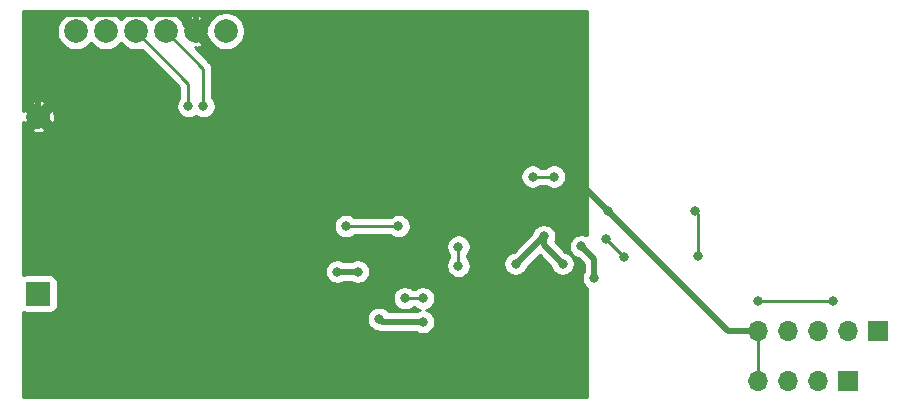
<source format=gbl>
G04 #@! TF.GenerationSoftware,KiCad,Pcbnew,5.1.2*
G04 #@! TF.CreationDate,2019-08-07T15:52:47+02:00*
G04 #@! TF.ProjectId,wifisensor-dual-cpu,77696669-7365-46e7-936f-722d6475616c,rev?*
G04 #@! TF.SameCoordinates,Original*
G04 #@! TF.FileFunction,Copper,L2,Bot*
G04 #@! TF.FilePolarity,Positive*
%FSLAX46Y46*%
G04 Gerber Fmt 4.6, Leading zero omitted, Abs format (unit mm)*
G04 Created by KiCad (PCBNEW 5.1.2) date 2019-08-07 15:52:47*
%MOMM*%
%LPD*%
G04 APERTURE LIST*
%ADD10C,2.000000*%
%ADD11R,2.000000X2.000000*%
%ADD12R,1.700000X1.700000*%
%ADD13O,1.700000X1.700000*%
%ADD14C,0.800000*%
%ADD15C,0.600000*%
%ADD16C,0.500000*%
%ADD17C,0.250000*%
%ADD18C,0.254000*%
G04 APERTURE END LIST*
D10*
X83820000Y-32385000D03*
X81280000Y-32385000D03*
X78740000Y-32385000D03*
X76200000Y-32385000D03*
X73660000Y-32385000D03*
X71120000Y-32385000D03*
D11*
X67945000Y-54610000D03*
D10*
X67945000Y-39620000D03*
D12*
X136525000Y-62000000D03*
D13*
X133985000Y-62000000D03*
X131445000Y-62000000D03*
X128905000Y-62000000D03*
D12*
X139065000Y-57785000D03*
D13*
X136525000Y-57785000D03*
X133985000Y-57785000D03*
X131445000Y-57785000D03*
X128905000Y-57785000D03*
D14*
X110750000Y-49750000D03*
X112327983Y-52075000D03*
X108356949Y-52075000D03*
D15*
X77470000Y-56515000D03*
X76835000Y-53340000D03*
D14*
X116205000Y-47625000D03*
X109855000Y-32385000D03*
X102362000Y-40640000D03*
X84531200Y-58267600D03*
X79705200Y-57962800D03*
X76200000Y-56515000D03*
X102750000Y-32500000D03*
X100500000Y-57000000D03*
X96775000Y-56750000D03*
X95000000Y-52750000D03*
X93250000Y-52750000D03*
X115000000Y-53300000D03*
X113900000Y-50600000D03*
X81915000Y-38735000D03*
X80645000Y-38735000D03*
X135255000Y-55245000D03*
X128905000Y-55245000D03*
X123825000Y-51435000D03*
X123500000Y-47600000D03*
X109800000Y-44700000D03*
X111600000Y-44700000D03*
X117500000Y-51500000D03*
X116000000Y-50000000D03*
X93980000Y-48895000D03*
X98425000Y-48895000D03*
X100500000Y-55000000D03*
X98970000Y-55000000D03*
X103500000Y-52250000D03*
X103500000Y-50625000D03*
D16*
X110750000Y-49750000D02*
X110750000Y-50497017D01*
X110750000Y-50497017D02*
X112327983Y-52075000D01*
X108425000Y-52075000D02*
X110750000Y-49750000D01*
X108356949Y-52075000D02*
X108425000Y-52075000D01*
D17*
X76835000Y-53340000D02*
X77470000Y-53975000D01*
X77470000Y-53975000D02*
X77470000Y-56515000D01*
X128905000Y-62000000D02*
X128905000Y-57785000D01*
D16*
X126365000Y-57785000D02*
X128905000Y-57785000D01*
X116205000Y-47625000D02*
X126365000Y-57785000D01*
X109855000Y-41275000D02*
X116205000Y-47625000D01*
X109855000Y-32385000D02*
X109855000Y-41275000D01*
X102997000Y-41275000D02*
X109855000Y-41275000D01*
X102362000Y-40640000D02*
X102997000Y-41275000D01*
X81280000Y-30970787D02*
X81280000Y-32385000D01*
X81244212Y-30934999D02*
X81280000Y-30970787D01*
X69395001Y-30934999D02*
X81244212Y-30934999D01*
X67945000Y-32385000D02*
X69395001Y-30934999D01*
X67945000Y-39620000D02*
X67945000Y-32385000D01*
X76835000Y-53340000D02*
X74295000Y-53340000D01*
X74295000Y-45970000D02*
X67945000Y-39620000D01*
X74295000Y-53340000D02*
X74295000Y-45970000D01*
X102362000Y-40640000D02*
X89535000Y-40640000D01*
X89535000Y-40640000D02*
X83185000Y-34290000D01*
X83185000Y-34290000D02*
X82550000Y-34290000D01*
X82550000Y-33655000D02*
X81280000Y-32385000D01*
X82550000Y-34290000D02*
X82550000Y-33655000D01*
X84531200Y-58267600D02*
X77774800Y-58267600D01*
X77774800Y-56819800D02*
X77470000Y-56515000D01*
X77774800Y-58267600D02*
X77774800Y-56819800D01*
X109740000Y-32500000D02*
X109855000Y-32385000D01*
X102750000Y-32500000D02*
X109740000Y-32500000D01*
X100500000Y-57000000D02*
X97025000Y-57000000D01*
X97025000Y-57000000D02*
X96775000Y-56750000D01*
X95000000Y-52750000D02*
X93250000Y-52750000D01*
X115000000Y-53300000D02*
X115000000Y-51700000D01*
X115000000Y-51700000D02*
X113900000Y-50600000D01*
D17*
X81915000Y-35560000D02*
X78740000Y-32385000D01*
X81915000Y-38735000D02*
X81915000Y-35560000D01*
X80645000Y-36830000D02*
X76200000Y-32385000D01*
X80645000Y-38735000D02*
X80645000Y-36830000D01*
X135255000Y-55245000D02*
X128905000Y-55245000D01*
X123825000Y-51435000D02*
X123825000Y-47925000D01*
X123825000Y-47925000D02*
X123500000Y-47600000D01*
X109800000Y-44700000D02*
X111600000Y-44700000D01*
X117500000Y-51500000D02*
X116000000Y-50000000D01*
X93980000Y-48895000D02*
X98425000Y-48895000D01*
X100500000Y-55000000D02*
X98970000Y-55000000D01*
X103500000Y-52250000D02*
X103500000Y-50625000D01*
D18*
G36*
X114373000Y-49675647D02*
G01*
X114201898Y-49604774D01*
X114001939Y-49565000D01*
X113798061Y-49565000D01*
X113598102Y-49604774D01*
X113409744Y-49682795D01*
X113240226Y-49796063D01*
X113096063Y-49940226D01*
X112982795Y-50109744D01*
X112904774Y-50298102D01*
X112865000Y-50498061D01*
X112865000Y-50701939D01*
X112904774Y-50901898D01*
X112982795Y-51090256D01*
X113096063Y-51259774D01*
X113240226Y-51403937D01*
X113409744Y-51517205D01*
X113598102Y-51595226D01*
X113654957Y-51606535D01*
X114115001Y-52066580D01*
X114115000Y-52761545D01*
X114082795Y-52809744D01*
X114004774Y-52998102D01*
X113965000Y-53198061D01*
X113965000Y-53401939D01*
X114004774Y-53601898D01*
X114082795Y-53790256D01*
X114196063Y-53959774D01*
X114340226Y-54103937D01*
X114373000Y-54125836D01*
X114373000Y-63340000D01*
X66660000Y-63340000D01*
X66660000Y-56648061D01*
X95740000Y-56648061D01*
X95740000Y-56851939D01*
X95779774Y-57051898D01*
X95857795Y-57240256D01*
X95971063Y-57409774D01*
X96115226Y-57553937D01*
X96284744Y-57667205D01*
X96473102Y-57745226D01*
X96582550Y-57766996D01*
X96684687Y-57821589D01*
X96851510Y-57872195D01*
X96981523Y-57885000D01*
X96981533Y-57885000D01*
X97024999Y-57889281D01*
X97068465Y-57885000D01*
X99961546Y-57885000D01*
X100009744Y-57917205D01*
X100198102Y-57995226D01*
X100398061Y-58035000D01*
X100601939Y-58035000D01*
X100801898Y-57995226D01*
X100990256Y-57917205D01*
X101159774Y-57803937D01*
X101303937Y-57659774D01*
X101417205Y-57490256D01*
X101495226Y-57301898D01*
X101535000Y-57101939D01*
X101535000Y-56898061D01*
X101495226Y-56698102D01*
X101417205Y-56509744D01*
X101303937Y-56340226D01*
X101159774Y-56196063D01*
X100990256Y-56082795D01*
X100801898Y-56004774D01*
X100777897Y-56000000D01*
X100801898Y-55995226D01*
X100990256Y-55917205D01*
X101159774Y-55803937D01*
X101303937Y-55659774D01*
X101417205Y-55490256D01*
X101495226Y-55301898D01*
X101535000Y-55101939D01*
X101535000Y-54898061D01*
X101495226Y-54698102D01*
X101417205Y-54509744D01*
X101303937Y-54340226D01*
X101159774Y-54196063D01*
X100990256Y-54082795D01*
X100801898Y-54004774D01*
X100601939Y-53965000D01*
X100398061Y-53965000D01*
X100198102Y-54004774D01*
X100009744Y-54082795D01*
X99840226Y-54196063D01*
X99796289Y-54240000D01*
X99673711Y-54240000D01*
X99629774Y-54196063D01*
X99460256Y-54082795D01*
X99271898Y-54004774D01*
X99071939Y-53965000D01*
X98868061Y-53965000D01*
X98668102Y-54004774D01*
X98479744Y-54082795D01*
X98310226Y-54196063D01*
X98166063Y-54340226D01*
X98052795Y-54509744D01*
X97974774Y-54698102D01*
X97935000Y-54898061D01*
X97935000Y-55101939D01*
X97974774Y-55301898D01*
X98052795Y-55490256D01*
X98166063Y-55659774D01*
X98310226Y-55803937D01*
X98479744Y-55917205D01*
X98668102Y-55995226D01*
X98868061Y-56035000D01*
X99071939Y-56035000D01*
X99271898Y-55995226D01*
X99460256Y-55917205D01*
X99629774Y-55803937D01*
X99673711Y-55760000D01*
X99796289Y-55760000D01*
X99840226Y-55803937D01*
X100009744Y-55917205D01*
X100198102Y-55995226D01*
X100222103Y-56000000D01*
X100198102Y-56004774D01*
X100009744Y-56082795D01*
X99961546Y-56115000D01*
X97595490Y-56115000D01*
X97578937Y-56090226D01*
X97434774Y-55946063D01*
X97265256Y-55832795D01*
X97076898Y-55754774D01*
X96876939Y-55715000D01*
X96673061Y-55715000D01*
X96473102Y-55754774D01*
X96284744Y-55832795D01*
X96115226Y-55946063D01*
X95971063Y-56090226D01*
X95857795Y-56259744D01*
X95779774Y-56448102D01*
X95740000Y-56648061D01*
X66660000Y-56648061D01*
X66660000Y-56177683D01*
X66700820Y-56199502D01*
X66820518Y-56235812D01*
X66945000Y-56248072D01*
X68945000Y-56248072D01*
X69069482Y-56235812D01*
X69189180Y-56199502D01*
X69299494Y-56140537D01*
X69396185Y-56061185D01*
X69475537Y-55964494D01*
X69534502Y-55854180D01*
X69570812Y-55734482D01*
X69583072Y-55610000D01*
X69583072Y-53610000D01*
X69570812Y-53485518D01*
X69534502Y-53365820D01*
X69475537Y-53255506D01*
X69396185Y-53158815D01*
X69299494Y-53079463D01*
X69189180Y-53020498D01*
X69069482Y-52984188D01*
X68945000Y-52971928D01*
X66945000Y-52971928D01*
X66820518Y-52984188D01*
X66700820Y-53020498D01*
X66660000Y-53042317D01*
X66660000Y-52648061D01*
X92215000Y-52648061D01*
X92215000Y-52851939D01*
X92254774Y-53051898D01*
X92332795Y-53240256D01*
X92446063Y-53409774D01*
X92590226Y-53553937D01*
X92759744Y-53667205D01*
X92948102Y-53745226D01*
X93148061Y-53785000D01*
X93351939Y-53785000D01*
X93551898Y-53745226D01*
X93740256Y-53667205D01*
X93788454Y-53635000D01*
X94461546Y-53635000D01*
X94509744Y-53667205D01*
X94698102Y-53745226D01*
X94898061Y-53785000D01*
X95101939Y-53785000D01*
X95301898Y-53745226D01*
X95490256Y-53667205D01*
X95659774Y-53553937D01*
X95803937Y-53409774D01*
X95917205Y-53240256D01*
X95995226Y-53051898D01*
X96035000Y-52851939D01*
X96035000Y-52648061D01*
X95995226Y-52448102D01*
X95917205Y-52259744D01*
X95803937Y-52090226D01*
X95659774Y-51946063D01*
X95490256Y-51832795D01*
X95301898Y-51754774D01*
X95101939Y-51715000D01*
X94898061Y-51715000D01*
X94698102Y-51754774D01*
X94509744Y-51832795D01*
X94461546Y-51865000D01*
X93788454Y-51865000D01*
X93740256Y-51832795D01*
X93551898Y-51754774D01*
X93351939Y-51715000D01*
X93148061Y-51715000D01*
X92948102Y-51754774D01*
X92759744Y-51832795D01*
X92590226Y-51946063D01*
X92446063Y-52090226D01*
X92332795Y-52259744D01*
X92254774Y-52448102D01*
X92215000Y-52648061D01*
X66660000Y-52648061D01*
X66660000Y-50523061D01*
X102465000Y-50523061D01*
X102465000Y-50726939D01*
X102504774Y-50926898D01*
X102582795Y-51115256D01*
X102696063Y-51284774D01*
X102740001Y-51328712D01*
X102740000Y-51546289D01*
X102696063Y-51590226D01*
X102582795Y-51759744D01*
X102504774Y-51948102D01*
X102465000Y-52148061D01*
X102465000Y-52351939D01*
X102504774Y-52551898D01*
X102582795Y-52740256D01*
X102696063Y-52909774D01*
X102840226Y-53053937D01*
X103009744Y-53167205D01*
X103198102Y-53245226D01*
X103398061Y-53285000D01*
X103601939Y-53285000D01*
X103801898Y-53245226D01*
X103990256Y-53167205D01*
X104159774Y-53053937D01*
X104303937Y-52909774D01*
X104417205Y-52740256D01*
X104495226Y-52551898D01*
X104535000Y-52351939D01*
X104535000Y-52148061D01*
X104500191Y-51973061D01*
X107321949Y-51973061D01*
X107321949Y-52176939D01*
X107361723Y-52376898D01*
X107439744Y-52565256D01*
X107553012Y-52734774D01*
X107697175Y-52878937D01*
X107866693Y-52992205D01*
X108055051Y-53070226D01*
X108255010Y-53110000D01*
X108458888Y-53110000D01*
X108658847Y-53070226D01*
X108847205Y-52992205D01*
X109016723Y-52878937D01*
X109160886Y-52734774D01*
X109274154Y-52565256D01*
X109336261Y-52415317D01*
X110376492Y-51375087D01*
X111321448Y-52320044D01*
X111332757Y-52376898D01*
X111410778Y-52565256D01*
X111524046Y-52734774D01*
X111668209Y-52878937D01*
X111837727Y-52992205D01*
X112026085Y-53070226D01*
X112226044Y-53110000D01*
X112429922Y-53110000D01*
X112629881Y-53070226D01*
X112818239Y-52992205D01*
X112987757Y-52878937D01*
X113131920Y-52734774D01*
X113245188Y-52565256D01*
X113323209Y-52376898D01*
X113362983Y-52176939D01*
X113362983Y-51973061D01*
X113323209Y-51773102D01*
X113245188Y-51584744D01*
X113131920Y-51415226D01*
X112987757Y-51271063D01*
X112818239Y-51157795D01*
X112629881Y-51079774D01*
X112573027Y-51068465D01*
X111689937Y-50185376D01*
X111745226Y-50051898D01*
X111785000Y-49851939D01*
X111785000Y-49648061D01*
X111745226Y-49448102D01*
X111667205Y-49259744D01*
X111553937Y-49090226D01*
X111409774Y-48946063D01*
X111240256Y-48832795D01*
X111051898Y-48754774D01*
X110851939Y-48715000D01*
X110648061Y-48715000D01*
X110448102Y-48754774D01*
X110259744Y-48832795D01*
X110090226Y-48946063D01*
X109946063Y-49090226D01*
X109832795Y-49259744D01*
X109754774Y-49448102D01*
X109743465Y-49504956D01*
X108196854Y-51051568D01*
X108055051Y-51079774D01*
X107866693Y-51157795D01*
X107697175Y-51271063D01*
X107553012Y-51415226D01*
X107439744Y-51584744D01*
X107361723Y-51773102D01*
X107321949Y-51973061D01*
X104500191Y-51973061D01*
X104495226Y-51948102D01*
X104417205Y-51759744D01*
X104303937Y-51590226D01*
X104260000Y-51546289D01*
X104260000Y-51328711D01*
X104303937Y-51284774D01*
X104417205Y-51115256D01*
X104495226Y-50926898D01*
X104535000Y-50726939D01*
X104535000Y-50523061D01*
X104495226Y-50323102D01*
X104417205Y-50134744D01*
X104303937Y-49965226D01*
X104159774Y-49821063D01*
X103990256Y-49707795D01*
X103801898Y-49629774D01*
X103601939Y-49590000D01*
X103398061Y-49590000D01*
X103198102Y-49629774D01*
X103009744Y-49707795D01*
X102840226Y-49821063D01*
X102696063Y-49965226D01*
X102582795Y-50134744D01*
X102504774Y-50323102D01*
X102465000Y-50523061D01*
X66660000Y-50523061D01*
X66660000Y-48793061D01*
X92945000Y-48793061D01*
X92945000Y-48996939D01*
X92984774Y-49196898D01*
X93062795Y-49385256D01*
X93176063Y-49554774D01*
X93320226Y-49698937D01*
X93489744Y-49812205D01*
X93678102Y-49890226D01*
X93878061Y-49930000D01*
X94081939Y-49930000D01*
X94281898Y-49890226D01*
X94470256Y-49812205D01*
X94639774Y-49698937D01*
X94683711Y-49655000D01*
X97721289Y-49655000D01*
X97765226Y-49698937D01*
X97934744Y-49812205D01*
X98123102Y-49890226D01*
X98323061Y-49930000D01*
X98526939Y-49930000D01*
X98726898Y-49890226D01*
X98915256Y-49812205D01*
X99084774Y-49698937D01*
X99228937Y-49554774D01*
X99342205Y-49385256D01*
X99420226Y-49196898D01*
X99460000Y-48996939D01*
X99460000Y-48793061D01*
X99420226Y-48593102D01*
X99342205Y-48404744D01*
X99228937Y-48235226D01*
X99084774Y-48091063D01*
X98915256Y-47977795D01*
X98726898Y-47899774D01*
X98526939Y-47860000D01*
X98323061Y-47860000D01*
X98123102Y-47899774D01*
X97934744Y-47977795D01*
X97765226Y-48091063D01*
X97721289Y-48135000D01*
X94683711Y-48135000D01*
X94639774Y-48091063D01*
X94470256Y-47977795D01*
X94281898Y-47899774D01*
X94081939Y-47860000D01*
X93878061Y-47860000D01*
X93678102Y-47899774D01*
X93489744Y-47977795D01*
X93320226Y-48091063D01*
X93176063Y-48235226D01*
X93062795Y-48404744D01*
X92984774Y-48593102D01*
X92945000Y-48793061D01*
X66660000Y-48793061D01*
X66660000Y-44598061D01*
X108765000Y-44598061D01*
X108765000Y-44801939D01*
X108804774Y-45001898D01*
X108882795Y-45190256D01*
X108996063Y-45359774D01*
X109140226Y-45503937D01*
X109309744Y-45617205D01*
X109498102Y-45695226D01*
X109698061Y-45735000D01*
X109901939Y-45735000D01*
X110101898Y-45695226D01*
X110290256Y-45617205D01*
X110459774Y-45503937D01*
X110503711Y-45460000D01*
X110896289Y-45460000D01*
X110940226Y-45503937D01*
X111109744Y-45617205D01*
X111298102Y-45695226D01*
X111498061Y-45735000D01*
X111701939Y-45735000D01*
X111901898Y-45695226D01*
X112090256Y-45617205D01*
X112259774Y-45503937D01*
X112403937Y-45359774D01*
X112517205Y-45190256D01*
X112595226Y-45001898D01*
X112635000Y-44801939D01*
X112635000Y-44598061D01*
X112595226Y-44398102D01*
X112517205Y-44209744D01*
X112403937Y-44040226D01*
X112259774Y-43896063D01*
X112090256Y-43782795D01*
X111901898Y-43704774D01*
X111701939Y-43665000D01*
X111498061Y-43665000D01*
X111298102Y-43704774D01*
X111109744Y-43782795D01*
X110940226Y-43896063D01*
X110896289Y-43940000D01*
X110503711Y-43940000D01*
X110459774Y-43896063D01*
X110290256Y-43782795D01*
X110101898Y-43704774D01*
X109901939Y-43665000D01*
X109698061Y-43665000D01*
X109498102Y-43704774D01*
X109309744Y-43782795D01*
X109140226Y-43896063D01*
X108996063Y-44040226D01*
X108882795Y-44209744D01*
X108804774Y-44398102D01*
X108765000Y-44598061D01*
X66660000Y-44598061D01*
X66660000Y-40758751D01*
X67333751Y-40758751D01*
X67461123Y-40920586D01*
X67724152Y-40989995D01*
X67995668Y-41006757D01*
X68265238Y-40970225D01*
X68428877Y-40920586D01*
X68556249Y-40758751D01*
X67945000Y-40147502D01*
X67333751Y-40758751D01*
X66660000Y-40758751D01*
X66660000Y-40116144D01*
X66806249Y-40231249D01*
X67417498Y-39620000D01*
X68472502Y-39620000D01*
X69083751Y-40231249D01*
X69245586Y-40103877D01*
X69314995Y-39840848D01*
X69331757Y-39569332D01*
X69295225Y-39299762D01*
X69245586Y-39136123D01*
X69083751Y-39008751D01*
X68472502Y-39620000D01*
X67417498Y-39620000D01*
X66806249Y-39008751D01*
X66660000Y-39123856D01*
X66660000Y-38481249D01*
X67333751Y-38481249D01*
X67945000Y-39092498D01*
X68556249Y-38481249D01*
X68428877Y-38319414D01*
X68165848Y-38250005D01*
X67894332Y-38233243D01*
X67624762Y-38269775D01*
X67461123Y-38319414D01*
X67333751Y-38481249D01*
X66660000Y-38481249D01*
X66660000Y-32223967D01*
X69485000Y-32223967D01*
X69485000Y-32546033D01*
X69547832Y-32861912D01*
X69671082Y-33159463D01*
X69850013Y-33427252D01*
X70077748Y-33654987D01*
X70345537Y-33833918D01*
X70643088Y-33957168D01*
X70958967Y-34020000D01*
X71281033Y-34020000D01*
X71596912Y-33957168D01*
X71894463Y-33833918D01*
X72162252Y-33654987D01*
X72389987Y-33427252D01*
X72390000Y-33427233D01*
X72390013Y-33427252D01*
X72617748Y-33654987D01*
X72885537Y-33833918D01*
X73183088Y-33957168D01*
X73498967Y-34020000D01*
X73821033Y-34020000D01*
X74136912Y-33957168D01*
X74434463Y-33833918D01*
X74702252Y-33654987D01*
X74929987Y-33427252D01*
X74930000Y-33427233D01*
X74930013Y-33427252D01*
X75157748Y-33654987D01*
X75425537Y-33833918D01*
X75723088Y-33957168D01*
X76038967Y-34020000D01*
X76361033Y-34020000D01*
X76676912Y-33957168D01*
X76691376Y-33951177D01*
X79885001Y-37144803D01*
X79885000Y-38031289D01*
X79841063Y-38075226D01*
X79727795Y-38244744D01*
X79649774Y-38433102D01*
X79610000Y-38633061D01*
X79610000Y-38836939D01*
X79649774Y-39036898D01*
X79727795Y-39225256D01*
X79841063Y-39394774D01*
X79985226Y-39538937D01*
X80154744Y-39652205D01*
X80343102Y-39730226D01*
X80543061Y-39770000D01*
X80746939Y-39770000D01*
X80946898Y-39730226D01*
X81135256Y-39652205D01*
X81280000Y-39555490D01*
X81424744Y-39652205D01*
X81613102Y-39730226D01*
X81813061Y-39770000D01*
X82016939Y-39770000D01*
X82216898Y-39730226D01*
X82405256Y-39652205D01*
X82574774Y-39538937D01*
X82718937Y-39394774D01*
X82832205Y-39225256D01*
X82910226Y-39036898D01*
X82950000Y-38836939D01*
X82950000Y-38633061D01*
X82910226Y-38433102D01*
X82832205Y-38244744D01*
X82718937Y-38075226D01*
X82675000Y-38031289D01*
X82675000Y-35597322D01*
X82678676Y-35559999D01*
X82675000Y-35522676D01*
X82675000Y-35522667D01*
X82664003Y-35411014D01*
X82620546Y-35267753D01*
X82549974Y-35135723D01*
X82478799Y-35048997D01*
X82455001Y-35019999D01*
X82426003Y-34996201D01*
X81193064Y-33763262D01*
X81330668Y-33771757D01*
X81600238Y-33735225D01*
X81763877Y-33685586D01*
X81891249Y-33523751D01*
X81280000Y-32912502D01*
X81265858Y-32926644D01*
X80738356Y-32399142D01*
X80752498Y-32385000D01*
X81807502Y-32385000D01*
X82238749Y-32816247D01*
X82247832Y-32861912D01*
X82371082Y-33159463D01*
X82550013Y-33427252D01*
X82777748Y-33654987D01*
X83045537Y-33833918D01*
X83343088Y-33957168D01*
X83658967Y-34020000D01*
X83981033Y-34020000D01*
X84296912Y-33957168D01*
X84594463Y-33833918D01*
X84862252Y-33654987D01*
X85089987Y-33427252D01*
X85268918Y-33159463D01*
X85392168Y-32861912D01*
X85455000Y-32546033D01*
X85455000Y-32223967D01*
X85392168Y-31908088D01*
X85268918Y-31610537D01*
X85089987Y-31342748D01*
X84862252Y-31115013D01*
X84594463Y-30936082D01*
X84296912Y-30812832D01*
X83981033Y-30750000D01*
X83658967Y-30750000D01*
X83343088Y-30812832D01*
X83045537Y-30936082D01*
X82777748Y-31115013D01*
X82550013Y-31342748D01*
X82371082Y-31610537D01*
X82247832Y-31908088D01*
X82238749Y-31953753D01*
X81807502Y-32385000D01*
X80752498Y-32385000D01*
X80321251Y-31953753D01*
X80312168Y-31908088D01*
X80188918Y-31610537D01*
X80009987Y-31342748D01*
X79913488Y-31246249D01*
X80668751Y-31246249D01*
X81280000Y-31857498D01*
X81891249Y-31246249D01*
X81763877Y-31084414D01*
X81500848Y-31015005D01*
X81229332Y-30998243D01*
X80959762Y-31034775D01*
X80796123Y-31084414D01*
X80668751Y-31246249D01*
X79913488Y-31246249D01*
X79782252Y-31115013D01*
X79514463Y-30936082D01*
X79216912Y-30812832D01*
X78901033Y-30750000D01*
X78578967Y-30750000D01*
X78263088Y-30812832D01*
X77965537Y-30936082D01*
X77697748Y-31115013D01*
X77470013Y-31342748D01*
X77470000Y-31342767D01*
X77469987Y-31342748D01*
X77242252Y-31115013D01*
X76974463Y-30936082D01*
X76676912Y-30812832D01*
X76361033Y-30750000D01*
X76038967Y-30750000D01*
X75723088Y-30812832D01*
X75425537Y-30936082D01*
X75157748Y-31115013D01*
X74930013Y-31342748D01*
X74930000Y-31342767D01*
X74929987Y-31342748D01*
X74702252Y-31115013D01*
X74434463Y-30936082D01*
X74136912Y-30812832D01*
X73821033Y-30750000D01*
X73498967Y-30750000D01*
X73183088Y-30812832D01*
X72885537Y-30936082D01*
X72617748Y-31115013D01*
X72390013Y-31342748D01*
X72390000Y-31342767D01*
X72389987Y-31342748D01*
X72162252Y-31115013D01*
X71894463Y-30936082D01*
X71596912Y-30812832D01*
X71281033Y-30750000D01*
X70958967Y-30750000D01*
X70643088Y-30812832D01*
X70345537Y-30936082D01*
X70077748Y-31115013D01*
X69850013Y-31342748D01*
X69671082Y-31610537D01*
X69547832Y-31908088D01*
X69485000Y-32223967D01*
X66660000Y-32223967D01*
X66660000Y-30660000D01*
X114373000Y-30660000D01*
X114373000Y-49675647D01*
X114373000Y-49675647D01*
G37*
X114373000Y-49675647D02*
X114201898Y-49604774D01*
X114001939Y-49565000D01*
X113798061Y-49565000D01*
X113598102Y-49604774D01*
X113409744Y-49682795D01*
X113240226Y-49796063D01*
X113096063Y-49940226D01*
X112982795Y-50109744D01*
X112904774Y-50298102D01*
X112865000Y-50498061D01*
X112865000Y-50701939D01*
X112904774Y-50901898D01*
X112982795Y-51090256D01*
X113096063Y-51259774D01*
X113240226Y-51403937D01*
X113409744Y-51517205D01*
X113598102Y-51595226D01*
X113654957Y-51606535D01*
X114115001Y-52066580D01*
X114115000Y-52761545D01*
X114082795Y-52809744D01*
X114004774Y-52998102D01*
X113965000Y-53198061D01*
X113965000Y-53401939D01*
X114004774Y-53601898D01*
X114082795Y-53790256D01*
X114196063Y-53959774D01*
X114340226Y-54103937D01*
X114373000Y-54125836D01*
X114373000Y-63340000D01*
X66660000Y-63340000D01*
X66660000Y-56648061D01*
X95740000Y-56648061D01*
X95740000Y-56851939D01*
X95779774Y-57051898D01*
X95857795Y-57240256D01*
X95971063Y-57409774D01*
X96115226Y-57553937D01*
X96284744Y-57667205D01*
X96473102Y-57745226D01*
X96582550Y-57766996D01*
X96684687Y-57821589D01*
X96851510Y-57872195D01*
X96981523Y-57885000D01*
X96981533Y-57885000D01*
X97024999Y-57889281D01*
X97068465Y-57885000D01*
X99961546Y-57885000D01*
X100009744Y-57917205D01*
X100198102Y-57995226D01*
X100398061Y-58035000D01*
X100601939Y-58035000D01*
X100801898Y-57995226D01*
X100990256Y-57917205D01*
X101159774Y-57803937D01*
X101303937Y-57659774D01*
X101417205Y-57490256D01*
X101495226Y-57301898D01*
X101535000Y-57101939D01*
X101535000Y-56898061D01*
X101495226Y-56698102D01*
X101417205Y-56509744D01*
X101303937Y-56340226D01*
X101159774Y-56196063D01*
X100990256Y-56082795D01*
X100801898Y-56004774D01*
X100777897Y-56000000D01*
X100801898Y-55995226D01*
X100990256Y-55917205D01*
X101159774Y-55803937D01*
X101303937Y-55659774D01*
X101417205Y-55490256D01*
X101495226Y-55301898D01*
X101535000Y-55101939D01*
X101535000Y-54898061D01*
X101495226Y-54698102D01*
X101417205Y-54509744D01*
X101303937Y-54340226D01*
X101159774Y-54196063D01*
X100990256Y-54082795D01*
X100801898Y-54004774D01*
X100601939Y-53965000D01*
X100398061Y-53965000D01*
X100198102Y-54004774D01*
X100009744Y-54082795D01*
X99840226Y-54196063D01*
X99796289Y-54240000D01*
X99673711Y-54240000D01*
X99629774Y-54196063D01*
X99460256Y-54082795D01*
X99271898Y-54004774D01*
X99071939Y-53965000D01*
X98868061Y-53965000D01*
X98668102Y-54004774D01*
X98479744Y-54082795D01*
X98310226Y-54196063D01*
X98166063Y-54340226D01*
X98052795Y-54509744D01*
X97974774Y-54698102D01*
X97935000Y-54898061D01*
X97935000Y-55101939D01*
X97974774Y-55301898D01*
X98052795Y-55490256D01*
X98166063Y-55659774D01*
X98310226Y-55803937D01*
X98479744Y-55917205D01*
X98668102Y-55995226D01*
X98868061Y-56035000D01*
X99071939Y-56035000D01*
X99271898Y-55995226D01*
X99460256Y-55917205D01*
X99629774Y-55803937D01*
X99673711Y-55760000D01*
X99796289Y-55760000D01*
X99840226Y-55803937D01*
X100009744Y-55917205D01*
X100198102Y-55995226D01*
X100222103Y-56000000D01*
X100198102Y-56004774D01*
X100009744Y-56082795D01*
X99961546Y-56115000D01*
X97595490Y-56115000D01*
X97578937Y-56090226D01*
X97434774Y-55946063D01*
X97265256Y-55832795D01*
X97076898Y-55754774D01*
X96876939Y-55715000D01*
X96673061Y-55715000D01*
X96473102Y-55754774D01*
X96284744Y-55832795D01*
X96115226Y-55946063D01*
X95971063Y-56090226D01*
X95857795Y-56259744D01*
X95779774Y-56448102D01*
X95740000Y-56648061D01*
X66660000Y-56648061D01*
X66660000Y-56177683D01*
X66700820Y-56199502D01*
X66820518Y-56235812D01*
X66945000Y-56248072D01*
X68945000Y-56248072D01*
X69069482Y-56235812D01*
X69189180Y-56199502D01*
X69299494Y-56140537D01*
X69396185Y-56061185D01*
X69475537Y-55964494D01*
X69534502Y-55854180D01*
X69570812Y-55734482D01*
X69583072Y-55610000D01*
X69583072Y-53610000D01*
X69570812Y-53485518D01*
X69534502Y-53365820D01*
X69475537Y-53255506D01*
X69396185Y-53158815D01*
X69299494Y-53079463D01*
X69189180Y-53020498D01*
X69069482Y-52984188D01*
X68945000Y-52971928D01*
X66945000Y-52971928D01*
X66820518Y-52984188D01*
X66700820Y-53020498D01*
X66660000Y-53042317D01*
X66660000Y-52648061D01*
X92215000Y-52648061D01*
X92215000Y-52851939D01*
X92254774Y-53051898D01*
X92332795Y-53240256D01*
X92446063Y-53409774D01*
X92590226Y-53553937D01*
X92759744Y-53667205D01*
X92948102Y-53745226D01*
X93148061Y-53785000D01*
X93351939Y-53785000D01*
X93551898Y-53745226D01*
X93740256Y-53667205D01*
X93788454Y-53635000D01*
X94461546Y-53635000D01*
X94509744Y-53667205D01*
X94698102Y-53745226D01*
X94898061Y-53785000D01*
X95101939Y-53785000D01*
X95301898Y-53745226D01*
X95490256Y-53667205D01*
X95659774Y-53553937D01*
X95803937Y-53409774D01*
X95917205Y-53240256D01*
X95995226Y-53051898D01*
X96035000Y-52851939D01*
X96035000Y-52648061D01*
X95995226Y-52448102D01*
X95917205Y-52259744D01*
X95803937Y-52090226D01*
X95659774Y-51946063D01*
X95490256Y-51832795D01*
X95301898Y-51754774D01*
X95101939Y-51715000D01*
X94898061Y-51715000D01*
X94698102Y-51754774D01*
X94509744Y-51832795D01*
X94461546Y-51865000D01*
X93788454Y-51865000D01*
X93740256Y-51832795D01*
X93551898Y-51754774D01*
X93351939Y-51715000D01*
X93148061Y-51715000D01*
X92948102Y-51754774D01*
X92759744Y-51832795D01*
X92590226Y-51946063D01*
X92446063Y-52090226D01*
X92332795Y-52259744D01*
X92254774Y-52448102D01*
X92215000Y-52648061D01*
X66660000Y-52648061D01*
X66660000Y-50523061D01*
X102465000Y-50523061D01*
X102465000Y-50726939D01*
X102504774Y-50926898D01*
X102582795Y-51115256D01*
X102696063Y-51284774D01*
X102740001Y-51328712D01*
X102740000Y-51546289D01*
X102696063Y-51590226D01*
X102582795Y-51759744D01*
X102504774Y-51948102D01*
X102465000Y-52148061D01*
X102465000Y-52351939D01*
X102504774Y-52551898D01*
X102582795Y-52740256D01*
X102696063Y-52909774D01*
X102840226Y-53053937D01*
X103009744Y-53167205D01*
X103198102Y-53245226D01*
X103398061Y-53285000D01*
X103601939Y-53285000D01*
X103801898Y-53245226D01*
X103990256Y-53167205D01*
X104159774Y-53053937D01*
X104303937Y-52909774D01*
X104417205Y-52740256D01*
X104495226Y-52551898D01*
X104535000Y-52351939D01*
X104535000Y-52148061D01*
X104500191Y-51973061D01*
X107321949Y-51973061D01*
X107321949Y-52176939D01*
X107361723Y-52376898D01*
X107439744Y-52565256D01*
X107553012Y-52734774D01*
X107697175Y-52878937D01*
X107866693Y-52992205D01*
X108055051Y-53070226D01*
X108255010Y-53110000D01*
X108458888Y-53110000D01*
X108658847Y-53070226D01*
X108847205Y-52992205D01*
X109016723Y-52878937D01*
X109160886Y-52734774D01*
X109274154Y-52565256D01*
X109336261Y-52415317D01*
X110376492Y-51375087D01*
X111321448Y-52320044D01*
X111332757Y-52376898D01*
X111410778Y-52565256D01*
X111524046Y-52734774D01*
X111668209Y-52878937D01*
X111837727Y-52992205D01*
X112026085Y-53070226D01*
X112226044Y-53110000D01*
X112429922Y-53110000D01*
X112629881Y-53070226D01*
X112818239Y-52992205D01*
X112987757Y-52878937D01*
X113131920Y-52734774D01*
X113245188Y-52565256D01*
X113323209Y-52376898D01*
X113362983Y-52176939D01*
X113362983Y-51973061D01*
X113323209Y-51773102D01*
X113245188Y-51584744D01*
X113131920Y-51415226D01*
X112987757Y-51271063D01*
X112818239Y-51157795D01*
X112629881Y-51079774D01*
X112573027Y-51068465D01*
X111689937Y-50185376D01*
X111745226Y-50051898D01*
X111785000Y-49851939D01*
X111785000Y-49648061D01*
X111745226Y-49448102D01*
X111667205Y-49259744D01*
X111553937Y-49090226D01*
X111409774Y-48946063D01*
X111240256Y-48832795D01*
X111051898Y-48754774D01*
X110851939Y-48715000D01*
X110648061Y-48715000D01*
X110448102Y-48754774D01*
X110259744Y-48832795D01*
X110090226Y-48946063D01*
X109946063Y-49090226D01*
X109832795Y-49259744D01*
X109754774Y-49448102D01*
X109743465Y-49504956D01*
X108196854Y-51051568D01*
X108055051Y-51079774D01*
X107866693Y-51157795D01*
X107697175Y-51271063D01*
X107553012Y-51415226D01*
X107439744Y-51584744D01*
X107361723Y-51773102D01*
X107321949Y-51973061D01*
X104500191Y-51973061D01*
X104495226Y-51948102D01*
X104417205Y-51759744D01*
X104303937Y-51590226D01*
X104260000Y-51546289D01*
X104260000Y-51328711D01*
X104303937Y-51284774D01*
X104417205Y-51115256D01*
X104495226Y-50926898D01*
X104535000Y-50726939D01*
X104535000Y-50523061D01*
X104495226Y-50323102D01*
X104417205Y-50134744D01*
X104303937Y-49965226D01*
X104159774Y-49821063D01*
X103990256Y-49707795D01*
X103801898Y-49629774D01*
X103601939Y-49590000D01*
X103398061Y-49590000D01*
X103198102Y-49629774D01*
X103009744Y-49707795D01*
X102840226Y-49821063D01*
X102696063Y-49965226D01*
X102582795Y-50134744D01*
X102504774Y-50323102D01*
X102465000Y-50523061D01*
X66660000Y-50523061D01*
X66660000Y-48793061D01*
X92945000Y-48793061D01*
X92945000Y-48996939D01*
X92984774Y-49196898D01*
X93062795Y-49385256D01*
X93176063Y-49554774D01*
X93320226Y-49698937D01*
X93489744Y-49812205D01*
X93678102Y-49890226D01*
X93878061Y-49930000D01*
X94081939Y-49930000D01*
X94281898Y-49890226D01*
X94470256Y-49812205D01*
X94639774Y-49698937D01*
X94683711Y-49655000D01*
X97721289Y-49655000D01*
X97765226Y-49698937D01*
X97934744Y-49812205D01*
X98123102Y-49890226D01*
X98323061Y-49930000D01*
X98526939Y-49930000D01*
X98726898Y-49890226D01*
X98915256Y-49812205D01*
X99084774Y-49698937D01*
X99228937Y-49554774D01*
X99342205Y-49385256D01*
X99420226Y-49196898D01*
X99460000Y-48996939D01*
X99460000Y-48793061D01*
X99420226Y-48593102D01*
X99342205Y-48404744D01*
X99228937Y-48235226D01*
X99084774Y-48091063D01*
X98915256Y-47977795D01*
X98726898Y-47899774D01*
X98526939Y-47860000D01*
X98323061Y-47860000D01*
X98123102Y-47899774D01*
X97934744Y-47977795D01*
X97765226Y-48091063D01*
X97721289Y-48135000D01*
X94683711Y-48135000D01*
X94639774Y-48091063D01*
X94470256Y-47977795D01*
X94281898Y-47899774D01*
X94081939Y-47860000D01*
X93878061Y-47860000D01*
X93678102Y-47899774D01*
X93489744Y-47977795D01*
X93320226Y-48091063D01*
X93176063Y-48235226D01*
X93062795Y-48404744D01*
X92984774Y-48593102D01*
X92945000Y-48793061D01*
X66660000Y-48793061D01*
X66660000Y-44598061D01*
X108765000Y-44598061D01*
X108765000Y-44801939D01*
X108804774Y-45001898D01*
X108882795Y-45190256D01*
X108996063Y-45359774D01*
X109140226Y-45503937D01*
X109309744Y-45617205D01*
X109498102Y-45695226D01*
X109698061Y-45735000D01*
X109901939Y-45735000D01*
X110101898Y-45695226D01*
X110290256Y-45617205D01*
X110459774Y-45503937D01*
X110503711Y-45460000D01*
X110896289Y-45460000D01*
X110940226Y-45503937D01*
X111109744Y-45617205D01*
X111298102Y-45695226D01*
X111498061Y-45735000D01*
X111701939Y-45735000D01*
X111901898Y-45695226D01*
X112090256Y-45617205D01*
X112259774Y-45503937D01*
X112403937Y-45359774D01*
X112517205Y-45190256D01*
X112595226Y-45001898D01*
X112635000Y-44801939D01*
X112635000Y-44598061D01*
X112595226Y-44398102D01*
X112517205Y-44209744D01*
X112403937Y-44040226D01*
X112259774Y-43896063D01*
X112090256Y-43782795D01*
X111901898Y-43704774D01*
X111701939Y-43665000D01*
X111498061Y-43665000D01*
X111298102Y-43704774D01*
X111109744Y-43782795D01*
X110940226Y-43896063D01*
X110896289Y-43940000D01*
X110503711Y-43940000D01*
X110459774Y-43896063D01*
X110290256Y-43782795D01*
X110101898Y-43704774D01*
X109901939Y-43665000D01*
X109698061Y-43665000D01*
X109498102Y-43704774D01*
X109309744Y-43782795D01*
X109140226Y-43896063D01*
X108996063Y-44040226D01*
X108882795Y-44209744D01*
X108804774Y-44398102D01*
X108765000Y-44598061D01*
X66660000Y-44598061D01*
X66660000Y-40758751D01*
X67333751Y-40758751D01*
X67461123Y-40920586D01*
X67724152Y-40989995D01*
X67995668Y-41006757D01*
X68265238Y-40970225D01*
X68428877Y-40920586D01*
X68556249Y-40758751D01*
X67945000Y-40147502D01*
X67333751Y-40758751D01*
X66660000Y-40758751D01*
X66660000Y-40116144D01*
X66806249Y-40231249D01*
X67417498Y-39620000D01*
X68472502Y-39620000D01*
X69083751Y-40231249D01*
X69245586Y-40103877D01*
X69314995Y-39840848D01*
X69331757Y-39569332D01*
X69295225Y-39299762D01*
X69245586Y-39136123D01*
X69083751Y-39008751D01*
X68472502Y-39620000D01*
X67417498Y-39620000D01*
X66806249Y-39008751D01*
X66660000Y-39123856D01*
X66660000Y-38481249D01*
X67333751Y-38481249D01*
X67945000Y-39092498D01*
X68556249Y-38481249D01*
X68428877Y-38319414D01*
X68165848Y-38250005D01*
X67894332Y-38233243D01*
X67624762Y-38269775D01*
X67461123Y-38319414D01*
X67333751Y-38481249D01*
X66660000Y-38481249D01*
X66660000Y-32223967D01*
X69485000Y-32223967D01*
X69485000Y-32546033D01*
X69547832Y-32861912D01*
X69671082Y-33159463D01*
X69850013Y-33427252D01*
X70077748Y-33654987D01*
X70345537Y-33833918D01*
X70643088Y-33957168D01*
X70958967Y-34020000D01*
X71281033Y-34020000D01*
X71596912Y-33957168D01*
X71894463Y-33833918D01*
X72162252Y-33654987D01*
X72389987Y-33427252D01*
X72390000Y-33427233D01*
X72390013Y-33427252D01*
X72617748Y-33654987D01*
X72885537Y-33833918D01*
X73183088Y-33957168D01*
X73498967Y-34020000D01*
X73821033Y-34020000D01*
X74136912Y-33957168D01*
X74434463Y-33833918D01*
X74702252Y-33654987D01*
X74929987Y-33427252D01*
X74930000Y-33427233D01*
X74930013Y-33427252D01*
X75157748Y-33654987D01*
X75425537Y-33833918D01*
X75723088Y-33957168D01*
X76038967Y-34020000D01*
X76361033Y-34020000D01*
X76676912Y-33957168D01*
X76691376Y-33951177D01*
X79885001Y-37144803D01*
X79885000Y-38031289D01*
X79841063Y-38075226D01*
X79727795Y-38244744D01*
X79649774Y-38433102D01*
X79610000Y-38633061D01*
X79610000Y-38836939D01*
X79649774Y-39036898D01*
X79727795Y-39225256D01*
X79841063Y-39394774D01*
X79985226Y-39538937D01*
X80154744Y-39652205D01*
X80343102Y-39730226D01*
X80543061Y-39770000D01*
X80746939Y-39770000D01*
X80946898Y-39730226D01*
X81135256Y-39652205D01*
X81280000Y-39555490D01*
X81424744Y-39652205D01*
X81613102Y-39730226D01*
X81813061Y-39770000D01*
X82016939Y-39770000D01*
X82216898Y-39730226D01*
X82405256Y-39652205D01*
X82574774Y-39538937D01*
X82718937Y-39394774D01*
X82832205Y-39225256D01*
X82910226Y-39036898D01*
X82950000Y-38836939D01*
X82950000Y-38633061D01*
X82910226Y-38433102D01*
X82832205Y-38244744D01*
X82718937Y-38075226D01*
X82675000Y-38031289D01*
X82675000Y-35597322D01*
X82678676Y-35559999D01*
X82675000Y-35522676D01*
X82675000Y-35522667D01*
X82664003Y-35411014D01*
X82620546Y-35267753D01*
X82549974Y-35135723D01*
X82478799Y-35048997D01*
X82455001Y-35019999D01*
X82426003Y-34996201D01*
X81193064Y-33763262D01*
X81330668Y-33771757D01*
X81600238Y-33735225D01*
X81763877Y-33685586D01*
X81891249Y-33523751D01*
X81280000Y-32912502D01*
X81265858Y-32926644D01*
X80738356Y-32399142D01*
X80752498Y-32385000D01*
X81807502Y-32385000D01*
X82238749Y-32816247D01*
X82247832Y-32861912D01*
X82371082Y-33159463D01*
X82550013Y-33427252D01*
X82777748Y-33654987D01*
X83045537Y-33833918D01*
X83343088Y-33957168D01*
X83658967Y-34020000D01*
X83981033Y-34020000D01*
X84296912Y-33957168D01*
X84594463Y-33833918D01*
X84862252Y-33654987D01*
X85089987Y-33427252D01*
X85268918Y-33159463D01*
X85392168Y-32861912D01*
X85455000Y-32546033D01*
X85455000Y-32223967D01*
X85392168Y-31908088D01*
X85268918Y-31610537D01*
X85089987Y-31342748D01*
X84862252Y-31115013D01*
X84594463Y-30936082D01*
X84296912Y-30812832D01*
X83981033Y-30750000D01*
X83658967Y-30750000D01*
X83343088Y-30812832D01*
X83045537Y-30936082D01*
X82777748Y-31115013D01*
X82550013Y-31342748D01*
X82371082Y-31610537D01*
X82247832Y-31908088D01*
X82238749Y-31953753D01*
X81807502Y-32385000D01*
X80752498Y-32385000D01*
X80321251Y-31953753D01*
X80312168Y-31908088D01*
X80188918Y-31610537D01*
X80009987Y-31342748D01*
X79913488Y-31246249D01*
X80668751Y-31246249D01*
X81280000Y-31857498D01*
X81891249Y-31246249D01*
X81763877Y-31084414D01*
X81500848Y-31015005D01*
X81229332Y-30998243D01*
X80959762Y-31034775D01*
X80796123Y-31084414D01*
X80668751Y-31246249D01*
X79913488Y-31246249D01*
X79782252Y-31115013D01*
X79514463Y-30936082D01*
X79216912Y-30812832D01*
X78901033Y-30750000D01*
X78578967Y-30750000D01*
X78263088Y-30812832D01*
X77965537Y-30936082D01*
X77697748Y-31115013D01*
X77470013Y-31342748D01*
X77470000Y-31342767D01*
X77469987Y-31342748D01*
X77242252Y-31115013D01*
X76974463Y-30936082D01*
X76676912Y-30812832D01*
X76361033Y-30750000D01*
X76038967Y-30750000D01*
X75723088Y-30812832D01*
X75425537Y-30936082D01*
X75157748Y-31115013D01*
X74930013Y-31342748D01*
X74930000Y-31342767D01*
X74929987Y-31342748D01*
X74702252Y-31115013D01*
X74434463Y-30936082D01*
X74136912Y-30812832D01*
X73821033Y-30750000D01*
X73498967Y-30750000D01*
X73183088Y-30812832D01*
X72885537Y-30936082D01*
X72617748Y-31115013D01*
X72390013Y-31342748D01*
X72390000Y-31342767D01*
X72389987Y-31342748D01*
X72162252Y-31115013D01*
X71894463Y-30936082D01*
X71596912Y-30812832D01*
X71281033Y-30750000D01*
X70958967Y-30750000D01*
X70643088Y-30812832D01*
X70345537Y-30936082D01*
X70077748Y-31115013D01*
X69850013Y-31342748D01*
X69671082Y-31610537D01*
X69547832Y-31908088D01*
X69485000Y-32223967D01*
X66660000Y-32223967D01*
X66660000Y-30660000D01*
X114373000Y-30660000D01*
X114373000Y-49675647D01*
M02*

</source>
